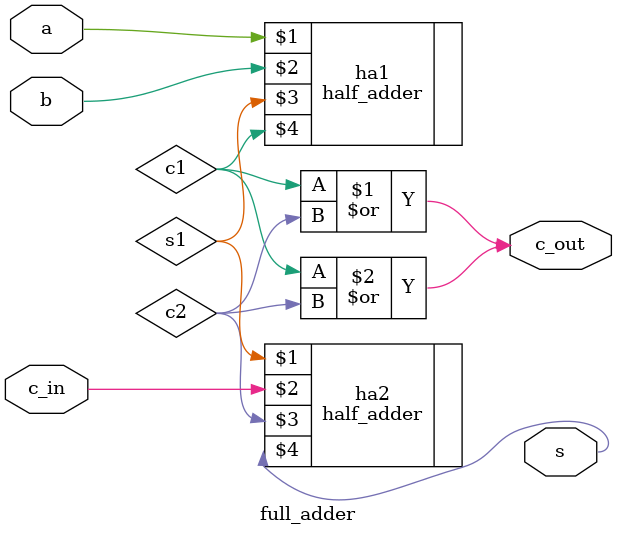
<source format=sv>
module full_adder (
  input logic a,b,c_in,
  output logic c_out, s
);
  logic s1,c1,c2;
  half_adder ha1(a,b,s1,c1);
  half_adder ha2(s1,c_in,c2,s);
  assign c_out = c1|c2;
  assign c_out = c1|c2;
endmodule

</source>
